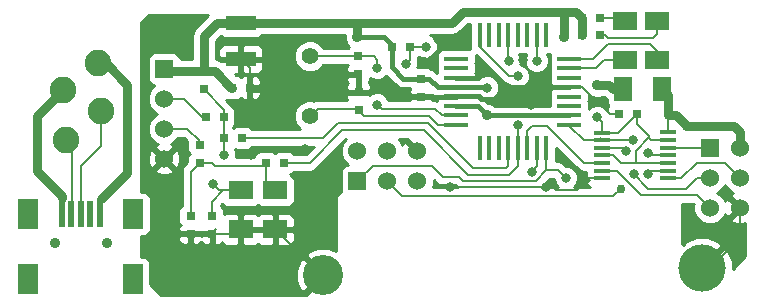
<source format=gtl>
G04 (created by PCBNEW-RS274X (2011-11-27 BZR 3249)-stable) date 30/01/2012 1:25:03 p.m.*
G01*
G70*
G90*
%MOIN*%
G04 Gerber Fmt 3.4, Leading zero omitted, Abs format*
%FSLAX34Y34*%
G04 APERTURE LIST*
%ADD10C,0.006000*%
%ADD11C,0.157500*%
%ADD12C,0.133900*%
%ADD13C,0.088600*%
%ADD14C,0.056000*%
%ADD15R,0.060000X0.060000*%
%ADD16C,0.060000*%
%ADD17C,0.035400*%
%ADD18R,0.065600X0.098400*%
%ADD19R,0.019700X0.090600*%
%ADD20R,0.031500X0.025000*%
%ADD21R,0.080000X0.060000*%
%ADD22R,0.060000X0.080000*%
%ADD23R,0.100000X0.050000*%
%ADD24R,0.055000X0.017000*%
%ADD25R,0.078700X0.017700*%
%ADD26R,0.017700X0.078700*%
%ADD27R,0.025000X0.031500*%
%ADD28C,0.035000*%
%ADD29C,0.031500*%
%ADD30C,0.030000*%
%ADD31C,0.008000*%
%ADD32C,0.030000*%
%ADD33C,0.015700*%
%ADD34C,0.010000*%
G04 APERTURE END LIST*
G54D10*
G54D11*
X23478Y-08982D03*
G54D12*
X10828Y-09232D03*
G54D13*
X02166Y-03053D03*
G54D14*
X10398Y-03932D03*
X10398Y-01932D03*
G54D15*
X11978Y-06092D03*
G54D16*
X11978Y-05092D03*
X12978Y-06092D03*
X12978Y-05092D03*
X13978Y-06092D03*
X13978Y-05092D03*
G54D15*
X05538Y-02352D03*
G54D16*
X05538Y-03352D03*
X05538Y-04352D03*
X05538Y-05352D03*
G54D17*
X03622Y-08169D03*
X01890Y-08169D03*
G54D18*
X04488Y-09350D03*
X01004Y-09350D03*
X04508Y-07185D03*
X01004Y-07185D03*
G54D19*
X02756Y-07185D03*
X02441Y-07185D03*
X02126Y-07185D03*
X03071Y-07185D03*
X03386Y-07185D03*
G54D13*
X02264Y-04726D03*
X03445Y-03742D03*
X03347Y-02167D03*
G54D20*
X06418Y-07842D03*
X06418Y-07242D03*
X07138Y-07842D03*
X07138Y-07242D03*
G54D21*
X08088Y-07702D03*
X08088Y-06402D03*
X09238Y-07702D03*
X09238Y-06402D03*
G54D22*
X20838Y-03022D03*
X22138Y-03022D03*
G54D21*
X21968Y-00752D03*
X21968Y-02052D03*
X20908Y-00752D03*
X20908Y-02052D03*
G54D15*
X23728Y-04982D03*
G54D16*
X24728Y-04982D03*
X23728Y-05982D03*
X24728Y-05982D03*
X23728Y-06982D03*
X24728Y-06982D03*
G54D23*
X08098Y-00822D03*
X08098Y-02022D03*
G54D24*
X20128Y-04472D03*
X20128Y-04722D03*
X20128Y-04982D03*
X20128Y-05232D03*
X20128Y-05492D03*
X20128Y-05747D03*
X20128Y-06002D03*
X22328Y-06002D03*
X22328Y-05747D03*
X22328Y-05492D03*
X22328Y-05232D03*
X22328Y-04977D03*
X22328Y-04722D03*
X22328Y-04467D03*
G54D25*
X15282Y-04215D03*
X15282Y-03900D03*
X15282Y-03585D03*
X15282Y-03270D03*
X15282Y-02955D03*
X15282Y-02640D03*
X15282Y-02325D03*
X15282Y-02010D03*
X19048Y-02012D03*
X19048Y-04222D03*
X19048Y-03902D03*
X19048Y-03582D03*
X19048Y-03272D03*
X19048Y-02952D03*
X19048Y-02642D03*
X19048Y-02322D03*
G54D26*
X16066Y-01222D03*
X16380Y-01222D03*
X16696Y-01222D03*
X17010Y-01222D03*
X17326Y-01222D03*
X17640Y-01222D03*
X17956Y-01222D03*
X18270Y-01222D03*
X16068Y-05002D03*
X16378Y-05002D03*
X16698Y-05002D03*
X17008Y-05002D03*
X17318Y-05002D03*
X17638Y-05002D03*
X17958Y-05002D03*
X18278Y-05002D03*
G54D27*
X20078Y-00642D03*
X19478Y-00642D03*
X20078Y-01212D03*
X19478Y-01212D03*
G54D20*
X06718Y-05472D03*
X06718Y-04872D03*
G54D27*
X07538Y-03952D03*
X06938Y-03952D03*
X09518Y-05482D03*
X08918Y-05482D03*
X08138Y-04652D03*
X07538Y-04652D03*
G54D20*
X12018Y-03722D03*
X12018Y-03122D03*
G54D27*
X07798Y-02972D03*
X08398Y-02972D03*
G54D20*
X06858Y-02432D03*
X06858Y-03032D03*
X12008Y-01932D03*
X12008Y-02532D03*
G54D27*
X13118Y-01622D03*
X13718Y-01622D03*
X21284Y-03858D03*
X20684Y-03858D03*
G54D20*
X14098Y-02672D03*
X14098Y-03272D03*
G54D28*
X16308Y-03902D03*
G54D29*
X16308Y-02972D03*
G54D28*
X11978Y-01302D03*
X19976Y-02898D03*
X18878Y-01282D03*
G54D29*
X19978Y-03962D03*
X17958Y-02082D03*
X17318Y-02592D03*
X17328Y-04232D03*
X21654Y-05157D03*
X18937Y-05984D03*
X17788Y-05772D03*
X21668Y-05842D03*
X13588Y-02172D03*
X17018Y-02082D03*
X14268Y-01612D03*
X21178Y-04732D03*
G54D30*
X20758Y-06342D03*
G54D29*
X06558Y-00792D03*
X09788Y-09532D03*
X05528Y-08862D03*
X15078Y-06282D03*
X08088Y-09552D03*
X05518Y-07472D03*
X08088Y-03712D03*
X17758Y-03542D03*
X14248Y-02132D03*
X18258Y-06292D03*
X05658Y-00812D03*
X19488Y-06002D03*
X19978Y-03452D03*
X16928Y-02952D03*
X06178Y-09542D03*
X15598Y-01362D03*
X08088Y-08462D03*
X05408Y-01582D03*
G54D28*
X13528Y-03262D03*
G54D29*
X10937Y-07264D03*
X14658Y-01362D03*
X08425Y-05221D03*
X17488Y-02062D03*
X10236Y-05032D03*
X12638Y-03543D03*
X12638Y-02323D03*
X21188Y-05862D03*
X20928Y-05092D03*
X07528Y-05212D03*
X07168Y-06202D03*
G54D31*
X20928Y-00792D02*
X20928Y-00992D01*
X07113Y-07252D02*
X07238Y-07252D01*
X19478Y-01172D02*
X19478Y-01282D01*
X19478Y-01172D02*
X19478Y-01262D01*
X20898Y-02322D02*
X20928Y-02292D01*
G54D32*
X15118Y-00822D02*
X15498Y-00442D01*
X15498Y-00442D02*
X18868Y-00442D01*
X18868Y-01272D02*
X18878Y-01282D01*
X19278Y-00442D02*
X19478Y-00642D01*
X07238Y-02432D02*
X06858Y-02432D01*
X07798Y-02972D02*
X07778Y-02972D01*
X07778Y-02972D02*
X07238Y-02432D01*
X19478Y-01212D02*
X19478Y-00942D01*
G54D33*
X14098Y-02672D02*
X13486Y-02672D01*
X13486Y-02672D02*
X13118Y-02304D01*
X13118Y-02304D02*
X13118Y-01622D01*
X16291Y-02955D02*
X16308Y-02972D01*
X15282Y-02955D02*
X16291Y-02955D01*
G54D32*
X18868Y-00442D02*
X18868Y-01272D01*
X02126Y-06654D02*
X02126Y-06575D01*
X01299Y-03920D02*
X02166Y-03053D01*
X01299Y-05748D02*
X01299Y-03920D01*
X02126Y-06575D02*
X01299Y-05748D01*
X06858Y-02432D02*
X06858Y-01262D01*
X07298Y-00822D02*
X08098Y-00822D01*
X06858Y-01262D02*
X07298Y-00822D01*
G54D33*
X14368Y-02672D02*
X14651Y-02955D01*
G54D32*
X11978Y-00822D02*
X15118Y-00822D01*
X19976Y-02898D02*
X20362Y-02898D01*
X20362Y-02898D02*
X20486Y-03022D01*
G54D33*
X13118Y-01543D02*
X12877Y-01302D01*
X12877Y-01302D02*
X11978Y-01302D01*
X13118Y-01622D02*
X13118Y-01543D01*
G54D32*
X18868Y-00442D02*
X19278Y-00442D01*
G54D33*
X14098Y-02672D02*
X14368Y-02672D01*
X14651Y-02955D02*
X15282Y-02955D01*
G54D32*
X20486Y-03022D02*
X20838Y-03022D01*
X06858Y-02432D02*
X05618Y-02432D01*
X05618Y-02432D02*
X05538Y-02352D01*
G54D33*
X15991Y-03585D02*
X16308Y-03902D01*
X15282Y-03585D02*
X15991Y-03585D01*
G54D32*
X11978Y-00822D02*
X11978Y-01302D01*
X19478Y-00942D02*
X19478Y-00642D01*
G54D33*
X16308Y-03902D02*
X19048Y-03902D01*
G54D32*
X08098Y-00822D02*
X11978Y-00822D01*
G54D31*
X21260Y-05492D02*
X21260Y-05079D01*
X21708Y-04631D02*
X21708Y-04652D01*
X21260Y-05079D02*
X21708Y-04631D01*
X21299Y-04173D02*
X21299Y-03873D01*
X21299Y-03873D02*
X21284Y-03858D01*
X20128Y-04472D02*
X20670Y-04472D01*
X20670Y-04472D02*
X21284Y-03858D01*
X21708Y-04652D02*
X21708Y-04582D01*
X21708Y-04582D02*
X21299Y-04173D01*
X21299Y-04173D02*
X21288Y-04162D01*
X20768Y-05492D02*
X21208Y-05492D01*
X20128Y-05232D02*
X20508Y-05232D01*
X17958Y-02082D02*
X17956Y-02080D01*
X17956Y-02080D02*
X17956Y-01222D01*
X21208Y-05492D02*
X21260Y-05492D01*
X21260Y-05492D02*
X22328Y-05492D01*
X20128Y-04472D02*
X20128Y-04112D01*
X20128Y-04112D02*
X19978Y-03962D01*
X21708Y-04652D02*
X21778Y-04722D01*
X21778Y-04722D02*
X22328Y-04722D01*
X20508Y-05232D02*
X20768Y-05492D01*
X09518Y-05482D02*
X10398Y-05482D01*
X16066Y-01620D02*
X17038Y-02592D01*
X11478Y-04402D02*
X10398Y-05482D01*
X14198Y-04402D02*
X15668Y-05872D01*
X14198Y-04402D02*
X11478Y-04402D01*
X17318Y-05602D02*
X17318Y-05002D01*
X17328Y-04232D02*
X17318Y-04242D01*
X17318Y-04242D02*
X17318Y-05002D01*
X16066Y-01222D02*
X16066Y-01620D01*
X17038Y-02592D02*
X17318Y-02592D01*
X17048Y-05872D02*
X17318Y-05602D01*
X15668Y-05872D02*
X17048Y-05872D01*
X11338Y-04152D02*
X10838Y-04652D01*
X15828Y-05662D02*
X14318Y-04152D01*
X16928Y-05662D02*
X17008Y-05582D01*
X15828Y-05662D02*
X16928Y-05662D01*
X14318Y-04152D02*
X11338Y-04152D01*
X17008Y-05582D02*
X17008Y-05002D01*
X08138Y-04652D02*
X10838Y-04652D01*
X21729Y-05232D02*
X21654Y-05157D01*
X21729Y-05232D02*
X22328Y-05232D01*
X18675Y-05722D02*
X18278Y-05722D01*
X18675Y-05722D02*
X18937Y-05984D01*
X22328Y-05232D02*
X22318Y-05242D01*
X15508Y-06082D02*
X17918Y-06082D01*
X14818Y-05942D02*
X14458Y-05582D01*
X14458Y-05582D02*
X12488Y-05582D01*
X17918Y-06082D02*
X18278Y-05722D01*
X14818Y-05942D02*
X15368Y-05942D01*
X15368Y-05942D02*
X15508Y-06082D01*
X11978Y-06092D02*
X12488Y-05582D01*
X18278Y-05722D02*
X18278Y-05002D01*
X18278Y-05732D02*
X18278Y-05722D01*
X21763Y-05747D02*
X21668Y-05842D01*
X22328Y-05747D02*
X21763Y-05747D01*
X17958Y-05602D02*
X17958Y-05002D01*
X17788Y-05772D02*
X17958Y-05602D01*
X14258Y-01622D02*
X13718Y-01622D01*
X13718Y-02042D02*
X13718Y-01622D01*
X14258Y-01622D02*
X14268Y-01612D01*
X17010Y-01222D02*
X17010Y-02074D01*
X13588Y-02172D02*
X13718Y-02042D01*
X17018Y-02082D02*
X17010Y-02074D01*
X18298Y-04252D02*
X19538Y-05492D01*
X17638Y-05002D02*
X17638Y-04412D01*
X17638Y-04412D02*
X17798Y-04252D01*
X19538Y-05492D02*
X20128Y-05492D01*
X17798Y-04252D02*
X18298Y-04252D01*
X20508Y-06592D02*
X20758Y-06342D01*
X12978Y-06092D02*
X13478Y-06592D01*
X20508Y-06592D02*
X13478Y-06592D01*
X19048Y-04222D02*
X19048Y-04252D01*
X21168Y-04722D02*
X20128Y-04722D01*
X20077Y-04671D02*
X20128Y-04722D01*
X21168Y-04722D02*
X21178Y-04732D01*
X19048Y-04252D02*
X19518Y-04722D01*
X19518Y-04722D02*
X20128Y-04722D01*
X07948Y-07842D02*
X08088Y-07702D01*
X06418Y-07842D02*
X05908Y-07842D01*
G54D32*
X04291Y-05827D02*
X03425Y-06693D01*
G54D31*
X20384Y-03858D02*
X19978Y-03452D01*
X20684Y-03858D02*
X20384Y-03858D01*
X13528Y-03272D02*
X13068Y-03272D01*
X08088Y-07702D02*
X09238Y-07702D01*
X09428Y-07702D02*
X09238Y-07702D01*
X19478Y-02952D02*
X19048Y-02952D01*
X18492Y-06292D02*
X18602Y-06402D01*
X19308Y-06402D02*
X19488Y-06222D01*
X12018Y-03122D02*
X08548Y-03122D01*
G54D32*
X03584Y-02167D02*
X04291Y-02874D01*
G54D31*
X13068Y-03272D02*
X12918Y-03122D01*
X14098Y-03272D02*
X13528Y-03272D01*
G54D33*
X14448Y-03272D02*
X15280Y-03272D01*
X14098Y-03272D02*
X14448Y-03272D01*
X15280Y-03272D02*
X15282Y-03270D01*
X19048Y-02952D02*
X16928Y-02952D01*
G54D31*
X08088Y-07702D02*
X08088Y-08462D01*
X08108Y-09532D02*
X09788Y-09532D01*
X23478Y-08982D02*
X23718Y-08982D01*
X06178Y-09542D02*
X05528Y-08892D01*
X08088Y-07702D02*
X07938Y-07852D01*
X08088Y-03712D02*
X08338Y-03462D01*
X08338Y-03462D02*
X08338Y-03032D01*
X19488Y-06222D02*
X19488Y-06002D01*
X07138Y-07842D02*
X07948Y-07842D01*
X05518Y-07472D02*
X05488Y-07442D01*
X14658Y-01722D02*
X14658Y-01362D01*
X06418Y-07842D02*
X07138Y-07842D01*
X12918Y-03122D02*
X12018Y-03122D01*
X11998Y-02542D02*
X12008Y-02532D01*
X05488Y-07442D02*
X05488Y-07422D01*
X08088Y-09552D02*
X08108Y-09532D01*
X14248Y-02132D02*
X14658Y-01722D01*
X19488Y-06002D02*
X20128Y-06002D01*
X10828Y-09232D02*
X10768Y-09232D01*
X05908Y-07842D02*
X05538Y-07472D01*
X12018Y-03122D02*
X12018Y-02542D01*
G54D33*
X15282Y-02640D02*
X15984Y-02640D01*
G54D31*
X16918Y-02962D02*
X16918Y-02942D01*
X16928Y-02952D02*
X16918Y-02942D01*
G54D33*
X16496Y-02520D02*
X16928Y-02952D01*
G54D31*
X08398Y-02322D02*
X08098Y-02022D01*
G54D32*
X03347Y-02167D02*
X03584Y-02167D01*
G54D31*
X18602Y-06402D02*
X19308Y-06402D01*
G54D33*
X16534Y-03346D02*
X16928Y-02952D01*
X16102Y-03346D02*
X16534Y-03346D01*
X16026Y-03270D02*
X16102Y-03346D01*
X16104Y-02520D02*
X16496Y-02520D01*
X15984Y-02640D02*
X16104Y-02520D01*
X15282Y-03270D02*
X16026Y-03270D01*
G54D31*
X10499Y-07702D02*
X10937Y-07264D01*
X05408Y-01582D02*
X05658Y-01332D01*
X05658Y-01332D02*
X05658Y-00812D01*
X18258Y-06292D02*
X15088Y-06292D01*
X07138Y-07842D02*
X07278Y-07702D01*
X09238Y-07702D02*
X10499Y-07702D01*
X08338Y-03032D02*
X08398Y-02972D01*
X08693Y-04953D02*
X08425Y-05221D01*
X24728Y-07972D02*
X24728Y-06982D01*
X08398Y-02972D02*
X08398Y-02322D01*
X08548Y-03122D02*
X08398Y-02972D01*
G54D32*
X04291Y-02874D02*
X04291Y-05827D01*
G54D31*
X12018Y-02542D02*
X12008Y-02532D01*
X10768Y-09232D02*
X09238Y-07702D01*
X23718Y-08982D02*
X24728Y-07972D01*
X15088Y-06292D02*
X15078Y-06282D01*
X13528Y-03262D02*
X13528Y-03272D01*
X10157Y-04953D02*
X08693Y-04953D01*
X05528Y-08892D02*
X05528Y-08862D01*
X19478Y-02952D02*
X19978Y-03452D01*
X18258Y-06292D02*
X18492Y-06292D01*
X10236Y-05032D02*
X10157Y-04953D01*
X19828Y-02022D02*
X19058Y-02022D01*
X19058Y-02022D02*
X19048Y-02012D01*
X20338Y-01512D02*
X19828Y-02022D01*
X20338Y-01512D02*
X21728Y-01512D01*
X21728Y-01512D02*
X21968Y-01752D01*
X21968Y-02052D02*
X21968Y-01752D01*
X14578Y-03692D02*
X12787Y-03692D01*
X14786Y-03900D02*
X14578Y-03692D01*
X12028Y-01952D02*
X12008Y-01932D01*
X10398Y-01932D02*
X12008Y-01932D01*
X12522Y-01932D02*
X12008Y-01932D01*
X12638Y-02048D02*
X12638Y-02323D01*
X12522Y-01932D02*
X12638Y-02048D01*
X15282Y-03900D02*
X14786Y-03900D01*
X12787Y-03692D02*
X12638Y-03543D01*
X11968Y-03672D02*
X12018Y-03722D01*
X15282Y-04215D02*
X14661Y-04215D01*
X10398Y-03932D02*
X10658Y-03672D01*
X10658Y-03672D02*
X11968Y-03672D01*
X14358Y-03912D02*
X12208Y-03912D01*
X14661Y-04215D02*
X14358Y-03912D01*
X12208Y-03912D02*
X12018Y-03722D01*
X08918Y-05482D02*
X08918Y-06082D01*
X08918Y-06082D02*
X09238Y-06402D01*
X06718Y-05472D02*
X07128Y-05472D01*
X07128Y-05472D02*
X07248Y-05592D01*
X06418Y-07242D02*
X06418Y-05772D01*
X06418Y-05772D02*
X06718Y-05472D01*
X07248Y-05592D02*
X08808Y-05592D01*
X08808Y-05592D02*
X08918Y-05482D01*
X06188Y-03352D02*
X05538Y-03352D01*
X06788Y-03952D02*
X06188Y-03352D01*
X06938Y-03952D02*
X06788Y-03952D01*
X02461Y-04923D02*
X02264Y-04726D01*
X02461Y-07089D02*
X02461Y-04923D01*
X02776Y-07089D02*
X02776Y-05592D01*
X03445Y-04923D02*
X03445Y-03742D01*
X02776Y-05592D02*
X03445Y-04923D01*
X06718Y-04762D02*
X06308Y-04352D01*
X06308Y-04352D02*
X05538Y-04352D01*
X06718Y-04872D02*
X06718Y-04762D01*
X21443Y-06562D02*
X20628Y-05747D01*
X23728Y-06982D02*
X23308Y-06562D01*
X23308Y-06562D02*
X21443Y-06562D01*
X20628Y-05747D02*
X20128Y-05747D01*
X23288Y-05482D02*
X24228Y-05482D01*
X22768Y-06002D02*
X23288Y-05482D01*
X24228Y-05482D02*
X24728Y-05982D01*
X22328Y-06002D02*
X22768Y-06002D01*
X22328Y-04977D02*
X23723Y-04977D01*
X23723Y-04977D02*
X23728Y-04982D01*
X20818Y-04982D02*
X20928Y-05092D01*
X20818Y-04982D02*
X20128Y-04982D01*
X22938Y-06352D02*
X21678Y-06352D01*
X23308Y-05982D02*
X22938Y-06352D01*
X21678Y-06352D02*
X21188Y-05862D01*
X23728Y-05982D02*
X23308Y-05982D01*
X07368Y-06402D02*
X08088Y-06402D01*
X07538Y-04652D02*
X07538Y-05202D01*
X07538Y-05202D02*
X07528Y-05212D01*
X07138Y-07242D02*
X07138Y-06772D01*
X07508Y-06402D02*
X08088Y-06402D01*
X07168Y-06202D02*
X07368Y-06402D01*
X07538Y-04652D02*
X07538Y-03952D01*
X07538Y-03712D02*
X06858Y-03032D01*
X07538Y-03952D02*
X07538Y-03712D01*
X07138Y-06772D02*
X07508Y-06402D01*
X20248Y-01212D02*
X20348Y-01312D01*
X20348Y-01312D02*
X21838Y-01312D01*
X20078Y-01212D02*
X20248Y-01212D01*
X21968Y-01182D02*
X21968Y-00752D01*
X21838Y-01312D02*
X21968Y-01182D01*
X20208Y-02052D02*
X20908Y-02052D01*
X19938Y-02322D02*
X20208Y-02052D01*
X19048Y-02322D02*
X19938Y-02322D01*
X20078Y-00642D02*
X20798Y-00642D01*
X20798Y-00642D02*
X20908Y-00752D01*
G54D32*
X24728Y-04442D02*
X24728Y-04982D01*
X22938Y-04242D02*
X24528Y-04242D01*
G54D31*
X22928Y-04242D02*
X22938Y-04242D01*
G54D32*
X22938Y-04212D02*
X22598Y-03872D01*
X22938Y-04242D02*
X22938Y-04212D01*
G54D31*
X22328Y-04467D02*
X22328Y-03882D01*
G54D32*
X24528Y-04242D02*
X24728Y-04442D01*
X22338Y-03222D02*
X22138Y-03022D01*
X22338Y-03872D02*
X22338Y-03222D01*
G54D31*
X22338Y-03872D02*
X22328Y-03882D01*
X22328Y-03882D02*
X22338Y-03872D01*
G54D32*
X22598Y-03872D02*
X22338Y-03872D01*
G54D31*
X22328Y-03882D02*
X22338Y-03872D01*
G54D10*
G36*
X10528Y-04942D02*
X10278Y-05192D01*
X09857Y-05192D01*
X09854Y-05184D01*
X09784Y-05114D01*
X09693Y-05076D01*
X09594Y-05076D01*
X09344Y-05076D01*
X09252Y-05114D01*
X09218Y-05148D01*
X09184Y-05114D01*
X09093Y-05076D01*
X08994Y-05076D01*
X08744Y-05076D01*
X08652Y-05114D01*
X08582Y-05184D01*
X08544Y-05275D01*
X08544Y-05302D01*
X07930Y-05302D01*
X07934Y-05293D01*
X07934Y-05132D01*
X07890Y-05027D01*
X07963Y-05058D01*
X08062Y-05058D01*
X08312Y-05058D01*
X08404Y-05020D01*
X08474Y-04950D01*
X08477Y-04942D01*
X10528Y-04942D01*
X10528Y-04942D01*
G37*
G54D34*
X10528Y-04942D02*
X10278Y-05192D01*
X09857Y-05192D01*
X09854Y-05184D01*
X09784Y-05114D01*
X09693Y-05076D01*
X09594Y-05076D01*
X09344Y-05076D01*
X09252Y-05114D01*
X09218Y-05148D01*
X09184Y-05114D01*
X09093Y-05076D01*
X08994Y-05076D01*
X08744Y-05076D01*
X08652Y-05114D01*
X08582Y-05184D01*
X08544Y-05275D01*
X08544Y-05302D01*
X07930Y-05302D01*
X07934Y-05293D01*
X07934Y-05132D01*
X07890Y-05027D01*
X07963Y-05058D01*
X08062Y-05058D01*
X08312Y-05058D01*
X08404Y-05020D01*
X08474Y-04950D01*
X08477Y-04942D01*
X10528Y-04942D01*
G54D10*
G36*
X11653Y-05543D02*
X11629Y-05543D01*
X11537Y-05581D01*
X11467Y-05651D01*
X11429Y-05742D01*
X11429Y-05841D01*
X11429Y-06441D01*
X11436Y-06459D01*
X11348Y-06518D01*
X11278Y-06624D01*
X11253Y-06748D01*
X11253Y-08431D01*
X10993Y-08328D01*
X10635Y-08333D01*
X10329Y-08461D01*
X10259Y-08592D01*
X10793Y-09126D01*
X10828Y-09161D01*
X10899Y-09232D01*
X10828Y-09303D01*
X10793Y-09338D01*
X10757Y-09374D01*
X10757Y-09232D01*
X10188Y-08663D01*
X10057Y-08733D01*
X09924Y-09067D01*
X09929Y-09425D01*
X10057Y-09731D01*
X10188Y-09801D01*
X10757Y-09232D01*
X10757Y-09374D01*
X10259Y-09872D01*
X10272Y-09897D01*
X09888Y-09897D01*
X09888Y-07814D01*
X09888Y-07590D01*
X09887Y-07353D01*
X09849Y-07261D01*
X09779Y-07191D01*
X09688Y-07153D01*
X09589Y-07153D01*
X09350Y-07152D01*
X09288Y-07214D01*
X09288Y-07652D01*
X09826Y-07652D01*
X09888Y-07590D01*
X09888Y-07814D01*
X09826Y-07752D01*
X09288Y-07752D01*
X09288Y-08190D01*
X09350Y-08252D01*
X09589Y-08251D01*
X09688Y-08251D01*
X09779Y-08213D01*
X09849Y-08143D01*
X09887Y-08051D01*
X09888Y-07814D01*
X09888Y-09897D01*
X09188Y-09897D01*
X09188Y-08190D01*
X09188Y-07752D01*
X09188Y-07652D01*
X09188Y-07214D01*
X09126Y-07152D01*
X08887Y-07153D01*
X08788Y-07153D01*
X08697Y-07191D01*
X08663Y-07225D01*
X08629Y-07191D01*
X08538Y-07153D01*
X08439Y-07153D01*
X08200Y-07152D01*
X08138Y-07214D01*
X08138Y-07652D01*
X08650Y-07652D01*
X08676Y-07652D01*
X09188Y-07652D01*
X09188Y-07752D01*
X08676Y-07752D01*
X08650Y-07752D01*
X08138Y-07752D01*
X08138Y-08190D01*
X08200Y-08252D01*
X08439Y-08251D01*
X08538Y-08251D01*
X08629Y-08213D01*
X08663Y-08179D01*
X08697Y-08213D01*
X08788Y-08251D01*
X08887Y-08251D01*
X09126Y-08252D01*
X09188Y-08190D01*
X09188Y-09897D01*
X07088Y-09897D01*
X07088Y-08155D01*
X07088Y-07892D01*
X06793Y-07892D01*
X06778Y-07907D01*
X06763Y-07892D01*
X06468Y-07892D01*
X06468Y-08155D01*
X06529Y-08216D01*
X06625Y-08216D01*
X06716Y-08178D01*
X06778Y-08116D01*
X06840Y-08178D01*
X06931Y-08216D01*
X07027Y-08216D01*
X07088Y-08155D01*
X07088Y-09897D01*
X06368Y-09897D01*
X06368Y-08155D01*
X06368Y-07892D01*
X06073Y-07892D01*
X06011Y-07954D01*
X06012Y-08016D01*
X06050Y-08108D01*
X06120Y-08178D01*
X06211Y-08216D01*
X06307Y-08216D01*
X06368Y-08155D01*
X06368Y-09897D01*
X05846Y-09897D01*
X05846Y-05730D01*
X05538Y-05423D01*
X05467Y-05493D01*
X05467Y-05352D01*
X05160Y-05044D01*
X05066Y-05071D01*
X04995Y-05273D01*
X05006Y-05486D01*
X05066Y-05633D01*
X05160Y-05660D01*
X05467Y-05352D01*
X05467Y-05493D01*
X05230Y-05730D01*
X05257Y-05824D01*
X05459Y-05895D01*
X05672Y-05884D01*
X05819Y-05824D01*
X05846Y-05730D01*
X05846Y-09897D01*
X05448Y-09897D01*
X05065Y-09513D01*
X05065Y-08809D01*
X05027Y-08717D01*
X04957Y-08647D01*
X04866Y-08609D01*
X04778Y-08609D01*
X04778Y-07926D01*
X04885Y-07926D01*
X04977Y-07888D01*
X05047Y-07818D01*
X05085Y-07727D01*
X05085Y-07628D01*
X05085Y-06644D01*
X05047Y-06552D01*
X04977Y-06482D01*
X04886Y-06444D01*
X04787Y-06444D01*
X04778Y-06444D01*
X04778Y-00775D01*
X04836Y-00745D01*
X05038Y-00557D01*
X06997Y-00557D01*
X06575Y-00979D01*
X06488Y-01109D01*
X06458Y-01262D01*
X06458Y-02032D01*
X06087Y-02032D01*
X06087Y-02003D01*
X06049Y-01911D01*
X05979Y-01841D01*
X05888Y-01803D01*
X05789Y-01803D01*
X05189Y-01803D01*
X05097Y-01841D01*
X05027Y-01911D01*
X04989Y-02002D01*
X04989Y-02101D01*
X04989Y-02701D01*
X05027Y-02793D01*
X05097Y-02863D01*
X05188Y-02901D01*
X05213Y-02901D01*
X05073Y-03041D01*
X04989Y-03243D01*
X04989Y-03461D01*
X05073Y-03663D01*
X05227Y-03817D01*
X05311Y-03852D01*
X05227Y-03887D01*
X05073Y-04041D01*
X04989Y-04243D01*
X04989Y-04461D01*
X05073Y-04663D01*
X05227Y-04817D01*
X05318Y-04854D01*
X05257Y-04880D01*
X05230Y-04974D01*
X05538Y-05281D01*
X05846Y-04974D01*
X05819Y-04880D01*
X05753Y-04856D01*
X05849Y-04817D01*
X06003Y-04663D01*
X06011Y-04642D01*
X06188Y-04642D01*
X06312Y-04766D01*
X06312Y-04796D01*
X06312Y-05046D01*
X06350Y-05138D01*
X06384Y-05172D01*
X06350Y-05206D01*
X06312Y-05297D01*
X06312Y-05396D01*
X06312Y-05468D01*
X06213Y-05567D01*
X06150Y-05661D01*
X06128Y-05772D01*
X06128Y-06902D01*
X06120Y-06906D01*
X06081Y-06945D01*
X06081Y-05431D01*
X06070Y-05218D01*
X06010Y-05071D01*
X05916Y-05044D01*
X05609Y-05352D01*
X05916Y-05660D01*
X06010Y-05633D01*
X06081Y-05431D01*
X06081Y-06945D01*
X06050Y-06976D01*
X06012Y-07067D01*
X06012Y-07166D01*
X06012Y-07416D01*
X06050Y-07508D01*
X06084Y-07542D01*
X06050Y-07576D01*
X06012Y-07668D01*
X06011Y-07730D01*
X06073Y-07792D01*
X06318Y-07792D01*
X06368Y-07792D01*
X06468Y-07792D01*
X06518Y-07792D01*
X06763Y-07792D01*
X06778Y-07777D01*
X06793Y-07792D01*
X07038Y-07792D01*
X07088Y-07792D01*
X07188Y-07792D01*
X07188Y-07892D01*
X07188Y-07942D01*
X07188Y-08155D01*
X07249Y-08216D01*
X07345Y-08216D01*
X07436Y-08178D01*
X07475Y-08138D01*
X07477Y-08143D01*
X07547Y-08213D01*
X07638Y-08251D01*
X07737Y-08251D01*
X07976Y-08252D01*
X08038Y-08190D01*
X08038Y-07802D01*
X08038Y-07752D01*
X08038Y-07652D01*
X08038Y-07602D01*
X08038Y-07214D01*
X07976Y-07152D01*
X07737Y-07153D01*
X07638Y-07153D01*
X07547Y-07191D01*
X07544Y-07194D01*
X07544Y-07068D01*
X07506Y-06976D01*
X07436Y-06906D01*
X07428Y-06902D01*
X07428Y-06892D01*
X07477Y-06843D01*
X07547Y-06913D01*
X07638Y-06951D01*
X07737Y-06951D01*
X08537Y-06951D01*
X08629Y-06913D01*
X08663Y-06879D01*
X08697Y-06913D01*
X08788Y-06951D01*
X08887Y-06951D01*
X09687Y-06951D01*
X09779Y-06913D01*
X09849Y-06843D01*
X09887Y-06752D01*
X09887Y-06653D01*
X09887Y-06053D01*
X09849Y-05961D01*
X09779Y-05891D01*
X09732Y-05871D01*
X09784Y-05850D01*
X09854Y-05780D01*
X09857Y-05772D01*
X10398Y-05772D01*
X10509Y-05750D01*
X10603Y-05687D01*
X11598Y-04692D01*
X11602Y-04692D01*
X11513Y-04781D01*
X11429Y-04983D01*
X11429Y-05201D01*
X11513Y-05403D01*
X11653Y-05543D01*
X11653Y-05543D01*
G37*
G54D34*
X11653Y-05543D02*
X11629Y-05543D01*
X11537Y-05581D01*
X11467Y-05651D01*
X11429Y-05742D01*
X11429Y-05841D01*
X11429Y-06441D01*
X11436Y-06459D01*
X11348Y-06518D01*
X11278Y-06624D01*
X11253Y-06748D01*
X11253Y-08431D01*
X10993Y-08328D01*
X10635Y-08333D01*
X10329Y-08461D01*
X10259Y-08592D01*
X10793Y-09126D01*
X10828Y-09161D01*
X10899Y-09232D01*
X10828Y-09303D01*
X10793Y-09338D01*
X10757Y-09374D01*
X10757Y-09232D01*
X10188Y-08663D01*
X10057Y-08733D01*
X09924Y-09067D01*
X09929Y-09425D01*
X10057Y-09731D01*
X10188Y-09801D01*
X10757Y-09232D01*
X10757Y-09374D01*
X10259Y-09872D01*
X10272Y-09897D01*
X09888Y-09897D01*
X09888Y-07814D01*
X09888Y-07590D01*
X09887Y-07353D01*
X09849Y-07261D01*
X09779Y-07191D01*
X09688Y-07153D01*
X09589Y-07153D01*
X09350Y-07152D01*
X09288Y-07214D01*
X09288Y-07652D01*
X09826Y-07652D01*
X09888Y-07590D01*
X09888Y-07814D01*
X09826Y-07752D01*
X09288Y-07752D01*
X09288Y-08190D01*
X09350Y-08252D01*
X09589Y-08251D01*
X09688Y-08251D01*
X09779Y-08213D01*
X09849Y-08143D01*
X09887Y-08051D01*
X09888Y-07814D01*
X09888Y-09897D01*
X09188Y-09897D01*
X09188Y-08190D01*
X09188Y-07752D01*
X09188Y-07652D01*
X09188Y-07214D01*
X09126Y-07152D01*
X08887Y-07153D01*
X08788Y-07153D01*
X08697Y-07191D01*
X08663Y-07225D01*
X08629Y-07191D01*
X08538Y-07153D01*
X08439Y-07153D01*
X08200Y-07152D01*
X08138Y-07214D01*
X08138Y-07652D01*
X08650Y-07652D01*
X08676Y-07652D01*
X09188Y-07652D01*
X09188Y-07752D01*
X08676Y-07752D01*
X08650Y-07752D01*
X08138Y-07752D01*
X08138Y-08190D01*
X08200Y-08252D01*
X08439Y-08251D01*
X08538Y-08251D01*
X08629Y-08213D01*
X08663Y-08179D01*
X08697Y-08213D01*
X08788Y-08251D01*
X08887Y-08251D01*
X09126Y-08252D01*
X09188Y-08190D01*
X09188Y-09897D01*
X07088Y-09897D01*
X07088Y-08155D01*
X07088Y-07892D01*
X06793Y-07892D01*
X06778Y-07907D01*
X06763Y-07892D01*
X06468Y-07892D01*
X06468Y-08155D01*
X06529Y-08216D01*
X06625Y-08216D01*
X06716Y-08178D01*
X06778Y-08116D01*
X06840Y-08178D01*
X06931Y-08216D01*
X07027Y-08216D01*
X07088Y-08155D01*
X07088Y-09897D01*
X06368Y-09897D01*
X06368Y-08155D01*
X06368Y-07892D01*
X06073Y-07892D01*
X06011Y-07954D01*
X06012Y-08016D01*
X06050Y-08108D01*
X06120Y-08178D01*
X06211Y-08216D01*
X06307Y-08216D01*
X06368Y-08155D01*
X06368Y-09897D01*
X05846Y-09897D01*
X05846Y-05730D01*
X05538Y-05423D01*
X05467Y-05493D01*
X05467Y-05352D01*
X05160Y-05044D01*
X05066Y-05071D01*
X04995Y-05273D01*
X05006Y-05486D01*
X05066Y-05633D01*
X05160Y-05660D01*
X05467Y-05352D01*
X05467Y-05493D01*
X05230Y-05730D01*
X05257Y-05824D01*
X05459Y-05895D01*
X05672Y-05884D01*
X05819Y-05824D01*
X05846Y-05730D01*
X05846Y-09897D01*
X05448Y-09897D01*
X05065Y-09513D01*
X05065Y-08809D01*
X05027Y-08717D01*
X04957Y-08647D01*
X04866Y-08609D01*
X04778Y-08609D01*
X04778Y-07926D01*
X04885Y-07926D01*
X04977Y-07888D01*
X05047Y-07818D01*
X05085Y-07727D01*
X05085Y-07628D01*
X05085Y-06644D01*
X05047Y-06552D01*
X04977Y-06482D01*
X04886Y-06444D01*
X04787Y-06444D01*
X04778Y-06444D01*
X04778Y-00775D01*
X04836Y-00745D01*
X05038Y-00557D01*
X06997Y-00557D01*
X06575Y-00979D01*
X06488Y-01109D01*
X06458Y-01262D01*
X06458Y-02032D01*
X06087Y-02032D01*
X06087Y-02003D01*
X06049Y-01911D01*
X05979Y-01841D01*
X05888Y-01803D01*
X05789Y-01803D01*
X05189Y-01803D01*
X05097Y-01841D01*
X05027Y-01911D01*
X04989Y-02002D01*
X04989Y-02101D01*
X04989Y-02701D01*
X05027Y-02793D01*
X05097Y-02863D01*
X05188Y-02901D01*
X05213Y-02901D01*
X05073Y-03041D01*
X04989Y-03243D01*
X04989Y-03461D01*
X05073Y-03663D01*
X05227Y-03817D01*
X05311Y-03852D01*
X05227Y-03887D01*
X05073Y-04041D01*
X04989Y-04243D01*
X04989Y-04461D01*
X05073Y-04663D01*
X05227Y-04817D01*
X05318Y-04854D01*
X05257Y-04880D01*
X05230Y-04974D01*
X05538Y-05281D01*
X05846Y-04974D01*
X05819Y-04880D01*
X05753Y-04856D01*
X05849Y-04817D01*
X06003Y-04663D01*
X06011Y-04642D01*
X06188Y-04642D01*
X06312Y-04766D01*
X06312Y-04796D01*
X06312Y-05046D01*
X06350Y-05138D01*
X06384Y-05172D01*
X06350Y-05206D01*
X06312Y-05297D01*
X06312Y-05396D01*
X06312Y-05468D01*
X06213Y-05567D01*
X06150Y-05661D01*
X06128Y-05772D01*
X06128Y-06902D01*
X06120Y-06906D01*
X06081Y-06945D01*
X06081Y-05431D01*
X06070Y-05218D01*
X06010Y-05071D01*
X05916Y-05044D01*
X05609Y-05352D01*
X05916Y-05660D01*
X06010Y-05633D01*
X06081Y-05431D01*
X06081Y-06945D01*
X06050Y-06976D01*
X06012Y-07067D01*
X06012Y-07166D01*
X06012Y-07416D01*
X06050Y-07508D01*
X06084Y-07542D01*
X06050Y-07576D01*
X06012Y-07668D01*
X06011Y-07730D01*
X06073Y-07792D01*
X06318Y-07792D01*
X06368Y-07792D01*
X06468Y-07792D01*
X06518Y-07792D01*
X06763Y-07792D01*
X06778Y-07777D01*
X06793Y-07792D01*
X07038Y-07792D01*
X07088Y-07792D01*
X07188Y-07792D01*
X07188Y-07892D01*
X07188Y-07942D01*
X07188Y-08155D01*
X07249Y-08216D01*
X07345Y-08216D01*
X07436Y-08178D01*
X07475Y-08138D01*
X07477Y-08143D01*
X07547Y-08213D01*
X07638Y-08251D01*
X07737Y-08251D01*
X07976Y-08252D01*
X08038Y-08190D01*
X08038Y-07802D01*
X08038Y-07752D01*
X08038Y-07652D01*
X08038Y-07602D01*
X08038Y-07214D01*
X07976Y-07152D01*
X07737Y-07153D01*
X07638Y-07153D01*
X07547Y-07191D01*
X07544Y-07194D01*
X07544Y-07068D01*
X07506Y-06976D01*
X07436Y-06906D01*
X07428Y-06902D01*
X07428Y-06892D01*
X07477Y-06843D01*
X07547Y-06913D01*
X07638Y-06951D01*
X07737Y-06951D01*
X08537Y-06951D01*
X08629Y-06913D01*
X08663Y-06879D01*
X08697Y-06913D01*
X08788Y-06951D01*
X08887Y-06951D01*
X09687Y-06951D01*
X09779Y-06913D01*
X09849Y-06843D01*
X09887Y-06752D01*
X09887Y-06653D01*
X09887Y-06053D01*
X09849Y-05961D01*
X09779Y-05891D01*
X09732Y-05871D01*
X09784Y-05850D01*
X09854Y-05780D01*
X09857Y-05772D01*
X10398Y-05772D01*
X10509Y-05750D01*
X10603Y-05687D01*
X11598Y-04692D01*
X11602Y-04692D01*
X11513Y-04781D01*
X11429Y-04983D01*
X11429Y-05201D01*
X11513Y-05403D01*
X11653Y-05543D01*
G54D10*
G36*
X14049Y-05092D02*
X13978Y-05163D01*
X13907Y-05092D01*
X13872Y-05057D01*
X13600Y-04784D01*
X13506Y-04811D01*
X13482Y-04876D01*
X13443Y-04781D01*
X13354Y-04692D01*
X13676Y-04692D01*
X13670Y-04714D01*
X13943Y-04986D01*
X13978Y-05021D01*
X14049Y-05092D01*
X14049Y-05092D01*
G37*
G54D34*
X14049Y-05092D02*
X13978Y-05163D01*
X13907Y-05092D01*
X13872Y-05057D01*
X13600Y-04784D01*
X13506Y-04811D01*
X13482Y-04876D01*
X13443Y-04781D01*
X13354Y-04692D01*
X13676Y-04692D01*
X13670Y-04714D01*
X13943Y-04986D01*
X13978Y-05021D01*
X14049Y-05092D01*
G54D10*
G36*
X14645Y-03370D02*
X14640Y-03375D01*
X14640Y-03408D01*
X14642Y-03414D01*
X14578Y-03402D01*
X14504Y-03402D01*
X14505Y-03384D01*
X14443Y-03322D01*
X14198Y-03322D01*
X14148Y-03322D01*
X14048Y-03322D01*
X13998Y-03322D01*
X13753Y-03322D01*
X13691Y-03384D01*
X13691Y-03402D01*
X13018Y-03402D01*
X12982Y-03314D01*
X12869Y-03199D01*
X12719Y-03137D01*
X12558Y-03137D01*
X12409Y-03199D01*
X12399Y-03208D01*
X12363Y-03172D01*
X12118Y-03172D01*
X12068Y-03172D01*
X11968Y-03172D01*
X11968Y-03072D01*
X11968Y-02809D01*
X11958Y-02799D01*
X11958Y-02582D01*
X11663Y-02582D01*
X11601Y-02644D01*
X11602Y-02706D01*
X11640Y-02798D01*
X11674Y-02832D01*
X11650Y-02856D01*
X11612Y-02948D01*
X11611Y-03010D01*
X11673Y-03072D01*
X11968Y-03072D01*
X11968Y-03172D01*
X11918Y-03172D01*
X11673Y-03172D01*
X11611Y-03234D01*
X11612Y-03296D01*
X11647Y-03382D01*
X10658Y-03382D01*
X10564Y-03400D01*
X10546Y-03404D01*
X10532Y-03413D01*
X10531Y-03413D01*
X10504Y-03402D01*
X10293Y-03402D01*
X10098Y-03483D01*
X09949Y-03631D01*
X09868Y-03826D01*
X09868Y-04037D01*
X09949Y-04232D01*
X10078Y-04362D01*
X08848Y-04362D01*
X08848Y-02134D01*
X08848Y-01910D01*
X08847Y-01723D01*
X08809Y-01631D01*
X08739Y-01561D01*
X08648Y-01523D01*
X08549Y-01523D01*
X08210Y-01522D01*
X08148Y-01584D01*
X08148Y-01972D01*
X08786Y-01972D01*
X08848Y-01910D01*
X08848Y-02134D01*
X08786Y-02072D01*
X08148Y-02072D01*
X08148Y-02460D01*
X08210Y-02522D01*
X08549Y-02521D01*
X08648Y-02521D01*
X08739Y-02483D01*
X08809Y-02413D01*
X08847Y-02321D01*
X08848Y-02134D01*
X08848Y-04362D01*
X08772Y-04362D01*
X08772Y-03179D01*
X08772Y-03083D01*
X08772Y-02861D01*
X08772Y-02765D01*
X08734Y-02674D01*
X08664Y-02604D01*
X08572Y-02566D01*
X08510Y-02565D01*
X08448Y-02627D01*
X08448Y-02922D01*
X08711Y-02922D01*
X08772Y-02861D01*
X08772Y-03083D01*
X08711Y-03022D01*
X08448Y-03022D01*
X08448Y-03317D01*
X08510Y-03379D01*
X08572Y-03378D01*
X08664Y-03340D01*
X08734Y-03270D01*
X08772Y-03179D01*
X08772Y-04362D01*
X08477Y-04362D01*
X08474Y-04354D01*
X08404Y-04284D01*
X08313Y-04246D01*
X08214Y-04246D01*
X07964Y-04246D01*
X07872Y-04284D01*
X07838Y-04318D01*
X07828Y-04308D01*
X07828Y-04296D01*
X07874Y-04250D01*
X07912Y-04159D01*
X07912Y-04060D01*
X07912Y-03746D01*
X07874Y-03654D01*
X07804Y-03584D01*
X07791Y-03578D01*
X07790Y-03578D01*
X07743Y-03507D01*
X07743Y-03506D01*
X07608Y-03372D01*
X07623Y-03378D01*
X07722Y-03378D01*
X07972Y-03378D01*
X08064Y-03340D01*
X08098Y-03306D01*
X08132Y-03340D01*
X08224Y-03378D01*
X08286Y-03379D01*
X08348Y-03317D01*
X08348Y-03072D01*
X08348Y-03022D01*
X08348Y-02922D01*
X08348Y-02872D01*
X08348Y-02627D01*
X08286Y-02565D01*
X08224Y-02566D01*
X08132Y-02604D01*
X08098Y-02638D01*
X08064Y-02604D01*
X07973Y-02566D01*
X07937Y-02566D01*
X07893Y-02521D01*
X07986Y-02522D01*
X08048Y-02460D01*
X08048Y-02072D01*
X08048Y-01972D01*
X08048Y-01584D01*
X07986Y-01522D01*
X07647Y-01523D01*
X07548Y-01523D01*
X07457Y-01561D01*
X07387Y-01631D01*
X07349Y-01723D01*
X07348Y-01910D01*
X07410Y-01972D01*
X08048Y-01972D01*
X08048Y-02072D01*
X07410Y-02072D01*
X07408Y-02073D01*
X07391Y-02062D01*
X07258Y-02035D01*
X07258Y-01428D01*
X07430Y-01256D01*
X07457Y-01283D01*
X07548Y-01321D01*
X07647Y-01321D01*
X08647Y-01321D01*
X08739Y-01283D01*
X08800Y-01222D01*
X11553Y-01222D01*
X11553Y-01386D01*
X11617Y-01542D01*
X11690Y-01615D01*
X11664Y-01642D01*
X10851Y-01642D01*
X10847Y-01632D01*
X10699Y-01483D01*
X10504Y-01402D01*
X10293Y-01402D01*
X10098Y-01483D01*
X09949Y-01631D01*
X09868Y-01826D01*
X09868Y-02037D01*
X09949Y-02232D01*
X10097Y-02381D01*
X10292Y-02462D01*
X10503Y-02462D01*
X10698Y-02381D01*
X10847Y-02233D01*
X10851Y-02222D01*
X11664Y-02222D01*
X11674Y-02232D01*
X11640Y-02266D01*
X11602Y-02358D01*
X11601Y-02420D01*
X11663Y-02482D01*
X11908Y-02482D01*
X11958Y-02482D01*
X12058Y-02482D01*
X12058Y-02582D01*
X12058Y-02632D01*
X12058Y-02845D01*
X12068Y-02855D01*
X12068Y-03072D01*
X12363Y-03072D01*
X12425Y-03010D01*
X12424Y-02948D01*
X12386Y-02856D01*
X12352Y-02822D01*
X12376Y-02798D01*
X12414Y-02706D01*
X12414Y-02670D01*
X12557Y-02729D01*
X12718Y-02729D01*
X12867Y-02667D01*
X12942Y-02592D01*
X13254Y-02904D01*
X13360Y-02975D01*
X13361Y-02975D01*
X13486Y-03000D01*
X13736Y-03000D01*
X13730Y-03006D01*
X13692Y-03098D01*
X13691Y-03160D01*
X13753Y-03222D01*
X13998Y-03222D01*
X14048Y-03222D01*
X14148Y-03222D01*
X14198Y-03222D01*
X14443Y-03222D01*
X14454Y-03210D01*
X14525Y-03258D01*
X14526Y-03258D01*
X14639Y-03280D01*
X14639Y-03370D01*
X14645Y-03370D01*
X14645Y-03370D01*
G37*
G54D34*
X14645Y-03370D02*
X14640Y-03375D01*
X14640Y-03408D01*
X14642Y-03414D01*
X14578Y-03402D01*
X14504Y-03402D01*
X14505Y-03384D01*
X14443Y-03322D01*
X14198Y-03322D01*
X14148Y-03322D01*
X14048Y-03322D01*
X13998Y-03322D01*
X13753Y-03322D01*
X13691Y-03384D01*
X13691Y-03402D01*
X13018Y-03402D01*
X12982Y-03314D01*
X12869Y-03199D01*
X12719Y-03137D01*
X12558Y-03137D01*
X12409Y-03199D01*
X12399Y-03208D01*
X12363Y-03172D01*
X12118Y-03172D01*
X12068Y-03172D01*
X11968Y-03172D01*
X11968Y-03072D01*
X11968Y-02809D01*
X11958Y-02799D01*
X11958Y-02582D01*
X11663Y-02582D01*
X11601Y-02644D01*
X11602Y-02706D01*
X11640Y-02798D01*
X11674Y-02832D01*
X11650Y-02856D01*
X11612Y-02948D01*
X11611Y-03010D01*
X11673Y-03072D01*
X11968Y-03072D01*
X11968Y-03172D01*
X11918Y-03172D01*
X11673Y-03172D01*
X11611Y-03234D01*
X11612Y-03296D01*
X11647Y-03382D01*
X10658Y-03382D01*
X10564Y-03400D01*
X10546Y-03404D01*
X10532Y-03413D01*
X10531Y-03413D01*
X10504Y-03402D01*
X10293Y-03402D01*
X10098Y-03483D01*
X09949Y-03631D01*
X09868Y-03826D01*
X09868Y-04037D01*
X09949Y-04232D01*
X10078Y-04362D01*
X08848Y-04362D01*
X08848Y-02134D01*
X08848Y-01910D01*
X08847Y-01723D01*
X08809Y-01631D01*
X08739Y-01561D01*
X08648Y-01523D01*
X08549Y-01523D01*
X08210Y-01522D01*
X08148Y-01584D01*
X08148Y-01972D01*
X08786Y-01972D01*
X08848Y-01910D01*
X08848Y-02134D01*
X08786Y-02072D01*
X08148Y-02072D01*
X08148Y-02460D01*
X08210Y-02522D01*
X08549Y-02521D01*
X08648Y-02521D01*
X08739Y-02483D01*
X08809Y-02413D01*
X08847Y-02321D01*
X08848Y-02134D01*
X08848Y-04362D01*
X08772Y-04362D01*
X08772Y-03179D01*
X08772Y-03083D01*
X08772Y-02861D01*
X08772Y-02765D01*
X08734Y-02674D01*
X08664Y-02604D01*
X08572Y-02566D01*
X08510Y-02565D01*
X08448Y-02627D01*
X08448Y-02922D01*
X08711Y-02922D01*
X08772Y-02861D01*
X08772Y-03083D01*
X08711Y-03022D01*
X08448Y-03022D01*
X08448Y-03317D01*
X08510Y-03379D01*
X08572Y-03378D01*
X08664Y-03340D01*
X08734Y-03270D01*
X08772Y-03179D01*
X08772Y-04362D01*
X08477Y-04362D01*
X08474Y-04354D01*
X08404Y-04284D01*
X08313Y-04246D01*
X08214Y-04246D01*
X07964Y-04246D01*
X07872Y-04284D01*
X07838Y-04318D01*
X07828Y-04308D01*
X07828Y-04296D01*
X07874Y-04250D01*
X07912Y-04159D01*
X07912Y-04060D01*
X07912Y-03746D01*
X07874Y-03654D01*
X07804Y-03584D01*
X07791Y-03578D01*
X07790Y-03578D01*
X07743Y-03507D01*
X07743Y-03506D01*
X07608Y-03372D01*
X07623Y-03378D01*
X07722Y-03378D01*
X07972Y-03378D01*
X08064Y-03340D01*
X08098Y-03306D01*
X08132Y-03340D01*
X08224Y-03378D01*
X08286Y-03379D01*
X08348Y-03317D01*
X08348Y-03072D01*
X08348Y-03022D01*
X08348Y-02922D01*
X08348Y-02872D01*
X08348Y-02627D01*
X08286Y-02565D01*
X08224Y-02566D01*
X08132Y-02604D01*
X08098Y-02638D01*
X08064Y-02604D01*
X07973Y-02566D01*
X07937Y-02566D01*
X07893Y-02521D01*
X07986Y-02522D01*
X08048Y-02460D01*
X08048Y-02072D01*
X08048Y-01972D01*
X08048Y-01584D01*
X07986Y-01522D01*
X07647Y-01523D01*
X07548Y-01523D01*
X07457Y-01561D01*
X07387Y-01631D01*
X07349Y-01723D01*
X07348Y-01910D01*
X07410Y-01972D01*
X08048Y-01972D01*
X08048Y-02072D01*
X07410Y-02072D01*
X07408Y-02073D01*
X07391Y-02062D01*
X07258Y-02035D01*
X07258Y-01428D01*
X07430Y-01256D01*
X07457Y-01283D01*
X07548Y-01321D01*
X07647Y-01321D01*
X08647Y-01321D01*
X08739Y-01283D01*
X08800Y-01222D01*
X11553Y-01222D01*
X11553Y-01386D01*
X11617Y-01542D01*
X11690Y-01615D01*
X11664Y-01642D01*
X10851Y-01642D01*
X10847Y-01632D01*
X10699Y-01483D01*
X10504Y-01402D01*
X10293Y-01402D01*
X10098Y-01483D01*
X09949Y-01631D01*
X09868Y-01826D01*
X09868Y-02037D01*
X09949Y-02232D01*
X10097Y-02381D01*
X10292Y-02462D01*
X10503Y-02462D01*
X10698Y-02381D01*
X10847Y-02233D01*
X10851Y-02222D01*
X11664Y-02222D01*
X11674Y-02232D01*
X11640Y-02266D01*
X11602Y-02358D01*
X11601Y-02420D01*
X11663Y-02482D01*
X11908Y-02482D01*
X11958Y-02482D01*
X12058Y-02482D01*
X12058Y-02582D01*
X12058Y-02632D01*
X12058Y-02845D01*
X12068Y-02855D01*
X12068Y-03072D01*
X12363Y-03072D01*
X12425Y-03010D01*
X12424Y-02948D01*
X12386Y-02856D01*
X12352Y-02822D01*
X12376Y-02798D01*
X12414Y-02706D01*
X12414Y-02670D01*
X12557Y-02729D01*
X12718Y-02729D01*
X12867Y-02667D01*
X12942Y-02592D01*
X13254Y-02904D01*
X13360Y-02975D01*
X13361Y-02975D01*
X13486Y-03000D01*
X13736Y-03000D01*
X13730Y-03006D01*
X13692Y-03098D01*
X13691Y-03160D01*
X13753Y-03222D01*
X13998Y-03222D01*
X14048Y-03222D01*
X14148Y-03222D01*
X14198Y-03222D01*
X14443Y-03222D01*
X14454Y-03210D01*
X14525Y-03258D01*
X14526Y-03258D01*
X14639Y-03280D01*
X14639Y-03370D01*
X14645Y-03370D01*
G54D10*
G36*
X15325Y-06302D02*
X14485Y-06302D01*
X14527Y-06201D01*
X14527Y-06061D01*
X14613Y-06147D01*
X14707Y-06210D01*
X14818Y-06232D01*
X15248Y-06232D01*
X15302Y-06286D01*
X15303Y-06287D01*
X15325Y-06302D01*
X15325Y-06302D01*
G37*
G54D34*
X15325Y-06302D02*
X14485Y-06302D01*
X14527Y-06201D01*
X14527Y-06061D01*
X14613Y-06147D01*
X14707Y-06210D01*
X14818Y-06232D01*
X15248Y-06232D01*
X15302Y-06286D01*
X15303Y-06287D01*
X15325Y-06302D01*
G54D10*
G36*
X15734Y-01676D02*
X15725Y-01673D01*
X15626Y-01673D01*
X14840Y-01673D01*
X14748Y-01711D01*
X14678Y-01781D01*
X14640Y-01872D01*
X14640Y-01971D01*
X14640Y-02147D01*
X14648Y-02167D01*
X14640Y-02187D01*
X14640Y-02286D01*
X14640Y-02462D01*
X14648Y-02482D01*
X14646Y-02486D01*
X14600Y-02440D01*
X14494Y-02369D01*
X14413Y-02353D01*
X14412Y-02352D01*
X14396Y-02336D01*
X14305Y-02298D01*
X14206Y-02298D01*
X13975Y-02298D01*
X13994Y-02253D01*
X13994Y-02112D01*
X13994Y-02108D01*
X14007Y-02043D01*
X14008Y-02042D01*
X14008Y-01966D01*
X14027Y-01946D01*
X14037Y-01956D01*
X14187Y-02018D01*
X14348Y-02018D01*
X14497Y-01956D01*
X14612Y-01843D01*
X14674Y-01693D01*
X14674Y-01532D01*
X14612Y-01383D01*
X14499Y-01268D01*
X14387Y-01222D01*
X15118Y-01222D01*
X15271Y-01192D01*
X15401Y-01105D01*
X15664Y-00842D01*
X15729Y-00842D01*
X15729Y-00878D01*
X15729Y-01664D01*
X15734Y-01676D01*
X15734Y-01676D01*
G37*
G54D34*
X15734Y-01676D02*
X15725Y-01673D01*
X15626Y-01673D01*
X14840Y-01673D01*
X14748Y-01711D01*
X14678Y-01781D01*
X14640Y-01872D01*
X14640Y-01971D01*
X14640Y-02147D01*
X14648Y-02167D01*
X14640Y-02187D01*
X14640Y-02286D01*
X14640Y-02462D01*
X14648Y-02482D01*
X14646Y-02486D01*
X14600Y-02440D01*
X14494Y-02369D01*
X14413Y-02353D01*
X14412Y-02352D01*
X14396Y-02336D01*
X14305Y-02298D01*
X14206Y-02298D01*
X13975Y-02298D01*
X13994Y-02253D01*
X13994Y-02112D01*
X13994Y-02108D01*
X14007Y-02043D01*
X14008Y-02042D01*
X14008Y-01966D01*
X14027Y-01946D01*
X14037Y-01956D01*
X14187Y-02018D01*
X14348Y-02018D01*
X14497Y-01956D01*
X14612Y-01843D01*
X14674Y-01693D01*
X14674Y-01532D01*
X14612Y-01383D01*
X14499Y-01268D01*
X14387Y-01222D01*
X15118Y-01222D01*
X15271Y-01192D01*
X15401Y-01105D01*
X15664Y-00842D01*
X15729Y-00842D01*
X15729Y-00878D01*
X15729Y-01664D01*
X15734Y-01676D01*
G54D10*
G36*
X18552Y-02957D02*
X18514Y-02973D01*
X18491Y-02996D01*
X18467Y-02996D01*
X18406Y-03057D01*
X18406Y-03090D01*
X18415Y-03112D01*
X18406Y-03134D01*
X18406Y-03233D01*
X18406Y-03409D01*
X18413Y-03426D01*
X18406Y-03444D01*
X18406Y-03543D01*
X18406Y-03574D01*
X16581Y-03574D01*
X16549Y-03542D01*
X16393Y-03477D01*
X16347Y-03477D01*
X16248Y-03378D01*
X16388Y-03378D01*
X16537Y-03316D01*
X16652Y-03203D01*
X16714Y-03053D01*
X16714Y-02892D01*
X16652Y-02743D01*
X16539Y-02628D01*
X16389Y-02566D01*
X16228Y-02566D01*
X16081Y-02627D01*
X15925Y-02627D01*
X15925Y-02540D01*
X15919Y-02540D01*
X15924Y-02535D01*
X15924Y-02502D01*
X15915Y-02482D01*
X15924Y-02463D01*
X15924Y-02364D01*
X15924Y-02188D01*
X15915Y-02167D01*
X15924Y-02148D01*
X15924Y-02049D01*
X15924Y-01888D01*
X16833Y-02797D01*
X16927Y-02860D01*
X17032Y-02881D01*
X17087Y-02936D01*
X17237Y-02998D01*
X17398Y-02998D01*
X17547Y-02936D01*
X17662Y-02823D01*
X17724Y-02673D01*
X17724Y-02512D01*
X17662Y-02363D01*
X17549Y-02248D01*
X17412Y-02191D01*
X17424Y-02163D01*
X17424Y-02002D01*
X17366Y-01864D01*
X17463Y-01864D01*
X17482Y-01855D01*
X17502Y-01864D01*
X17601Y-01864D01*
X17608Y-01864D01*
X17552Y-02001D01*
X17552Y-02162D01*
X17614Y-02311D01*
X17727Y-02426D01*
X17877Y-02488D01*
X18038Y-02488D01*
X18187Y-02426D01*
X18302Y-02313D01*
X18364Y-02163D01*
X18364Y-02002D01*
X18306Y-01864D01*
X18407Y-01864D01*
X18410Y-01862D01*
X18406Y-01874D01*
X18406Y-01973D01*
X18406Y-02149D01*
X18413Y-02166D01*
X18406Y-02184D01*
X18406Y-02283D01*
X18406Y-02459D01*
X18415Y-02481D01*
X18406Y-02504D01*
X18406Y-02603D01*
X18406Y-02779D01*
X18413Y-02796D01*
X18406Y-02814D01*
X18406Y-02847D01*
X18467Y-02908D01*
X18481Y-02908D01*
X18514Y-02941D01*
X18552Y-02957D01*
X18552Y-02957D01*
G37*
G54D34*
X18552Y-02957D02*
X18514Y-02973D01*
X18491Y-02996D01*
X18467Y-02996D01*
X18406Y-03057D01*
X18406Y-03090D01*
X18415Y-03112D01*
X18406Y-03134D01*
X18406Y-03233D01*
X18406Y-03409D01*
X18413Y-03426D01*
X18406Y-03444D01*
X18406Y-03543D01*
X18406Y-03574D01*
X16581Y-03574D01*
X16549Y-03542D01*
X16393Y-03477D01*
X16347Y-03477D01*
X16248Y-03378D01*
X16388Y-03378D01*
X16537Y-03316D01*
X16652Y-03203D01*
X16714Y-03053D01*
X16714Y-02892D01*
X16652Y-02743D01*
X16539Y-02628D01*
X16389Y-02566D01*
X16228Y-02566D01*
X16081Y-02627D01*
X15925Y-02627D01*
X15925Y-02540D01*
X15919Y-02540D01*
X15924Y-02535D01*
X15924Y-02502D01*
X15915Y-02482D01*
X15924Y-02463D01*
X15924Y-02364D01*
X15924Y-02188D01*
X15915Y-02167D01*
X15924Y-02148D01*
X15924Y-02049D01*
X15924Y-01888D01*
X16833Y-02797D01*
X16927Y-02860D01*
X17032Y-02881D01*
X17087Y-02936D01*
X17237Y-02998D01*
X17398Y-02998D01*
X17547Y-02936D01*
X17662Y-02823D01*
X17724Y-02673D01*
X17724Y-02512D01*
X17662Y-02363D01*
X17549Y-02248D01*
X17412Y-02191D01*
X17424Y-02163D01*
X17424Y-02002D01*
X17366Y-01864D01*
X17463Y-01864D01*
X17482Y-01855D01*
X17502Y-01864D01*
X17601Y-01864D01*
X17608Y-01864D01*
X17552Y-02001D01*
X17552Y-02162D01*
X17614Y-02311D01*
X17727Y-02426D01*
X17877Y-02488D01*
X18038Y-02488D01*
X18187Y-02426D01*
X18302Y-02313D01*
X18364Y-02163D01*
X18364Y-02002D01*
X18306Y-01864D01*
X18407Y-01864D01*
X18410Y-01862D01*
X18406Y-01874D01*
X18406Y-01973D01*
X18406Y-02149D01*
X18413Y-02166D01*
X18406Y-02184D01*
X18406Y-02283D01*
X18406Y-02459D01*
X18415Y-02481D01*
X18406Y-02504D01*
X18406Y-02603D01*
X18406Y-02779D01*
X18413Y-02796D01*
X18406Y-02814D01*
X18406Y-02847D01*
X18467Y-02908D01*
X18481Y-02908D01*
X18514Y-02941D01*
X18552Y-02957D01*
G54D10*
G36*
X18680Y-06302D02*
X18100Y-06302D01*
X18123Y-06287D01*
X18398Y-06012D01*
X18531Y-06012D01*
X18531Y-06064D01*
X18593Y-06213D01*
X18680Y-06302D01*
X18680Y-06302D01*
G37*
G54D34*
X18680Y-06302D02*
X18100Y-06302D01*
X18123Y-06287D01*
X18398Y-06012D01*
X18531Y-06012D01*
X18531Y-06064D01*
X18593Y-06213D01*
X18680Y-06302D01*
G54D10*
G36*
X19721Y-06302D02*
X19192Y-06302D01*
X19281Y-06215D01*
X19343Y-06065D01*
X19343Y-05904D01*
X19281Y-05755D01*
X19168Y-05640D01*
X19018Y-05578D01*
X18941Y-05578D01*
X18880Y-05517D01*
X18786Y-05454D01*
X18675Y-05432D01*
X18615Y-05432D01*
X18615Y-05346D01*
X18615Y-04979D01*
X19332Y-05697D01*
X19333Y-05697D01*
X19427Y-05760D01*
X19538Y-05782D01*
X19604Y-05782D01*
X19604Y-05868D01*
X19603Y-05898D01*
X19616Y-05911D01*
X19642Y-05973D01*
X19712Y-06043D01*
X19714Y-06044D01*
X19665Y-06044D01*
X19603Y-06106D01*
X19604Y-06136D01*
X19642Y-06228D01*
X19712Y-06298D01*
X19721Y-06302D01*
X19721Y-06302D01*
G37*
G54D34*
X19721Y-06302D02*
X19192Y-06302D01*
X19281Y-06215D01*
X19343Y-06065D01*
X19343Y-05904D01*
X19281Y-05755D01*
X19168Y-05640D01*
X19018Y-05578D01*
X18941Y-05578D01*
X18880Y-05517D01*
X18786Y-05454D01*
X18675Y-05432D01*
X18615Y-05432D01*
X18615Y-05346D01*
X18615Y-04979D01*
X19332Y-05697D01*
X19333Y-05697D01*
X19427Y-05760D01*
X19538Y-05782D01*
X19604Y-05782D01*
X19604Y-05868D01*
X19603Y-05898D01*
X19616Y-05911D01*
X19642Y-05973D01*
X19712Y-06043D01*
X19714Y-06044D01*
X19665Y-06044D01*
X19603Y-06106D01*
X19604Y-06136D01*
X19642Y-06228D01*
X19712Y-06298D01*
X19721Y-06302D01*
G54D10*
G36*
X20340Y-03576D02*
X20310Y-03651D01*
X20310Y-03720D01*
X20209Y-03618D01*
X20059Y-03556D01*
X19898Y-03556D01*
X19749Y-03618D01*
X19690Y-03675D01*
X19690Y-03621D01*
X19690Y-03445D01*
X19682Y-03427D01*
X19690Y-03410D01*
X19690Y-03311D01*
X19690Y-03213D01*
X19735Y-03258D01*
X19891Y-03323D01*
X20060Y-03323D01*
X20120Y-03298D01*
X20196Y-03298D01*
X20203Y-03305D01*
X20289Y-03363D01*
X20289Y-03471D01*
X20327Y-03563D01*
X20340Y-03576D01*
X20340Y-03576D01*
G37*
G54D34*
X20340Y-03576D02*
X20310Y-03651D01*
X20310Y-03720D01*
X20209Y-03618D01*
X20059Y-03556D01*
X19898Y-03556D01*
X19749Y-03618D01*
X19690Y-03675D01*
X19690Y-03621D01*
X19690Y-03445D01*
X19682Y-03427D01*
X19690Y-03410D01*
X19690Y-03311D01*
X19690Y-03213D01*
X19735Y-03258D01*
X19891Y-03323D01*
X20060Y-03323D01*
X20120Y-03298D01*
X20196Y-03298D01*
X20203Y-03305D01*
X20289Y-03363D01*
X20289Y-03471D01*
X20327Y-03563D01*
X20340Y-03576D01*
G54D10*
G36*
X20734Y-03908D02*
X20634Y-03908D01*
X20634Y-03808D01*
X20734Y-03808D01*
X20734Y-03908D01*
X20734Y-03908D01*
G37*
G54D34*
X20734Y-03908D02*
X20634Y-03908D01*
X20634Y-03808D01*
X20734Y-03808D01*
X20734Y-03908D01*
G54D10*
G36*
X24903Y-08597D02*
X24494Y-09006D01*
X24492Y-08771D01*
X24344Y-08414D01*
X24201Y-08329D01*
X24131Y-08399D01*
X23549Y-08982D01*
X23478Y-09053D01*
X23407Y-08982D01*
X23478Y-08911D01*
X23513Y-08876D01*
X24131Y-08259D01*
X24046Y-08116D01*
X23671Y-07964D01*
X23267Y-07968D01*
X22910Y-08116D01*
X22851Y-08214D01*
X22809Y-08172D01*
X22809Y-06852D01*
X23187Y-06852D01*
X23179Y-06873D01*
X23179Y-07091D01*
X23263Y-07293D01*
X23417Y-07447D01*
X23619Y-07531D01*
X23837Y-07531D01*
X24039Y-07447D01*
X24193Y-07293D01*
X24230Y-07201D01*
X24256Y-07263D01*
X24350Y-07290D01*
X24657Y-06982D01*
X24350Y-06674D01*
X24256Y-06701D01*
X24232Y-06766D01*
X24193Y-06671D01*
X24039Y-06517D01*
X23954Y-06482D01*
X24039Y-06447D01*
X24193Y-06293D01*
X24228Y-06208D01*
X24263Y-06293D01*
X24417Y-06447D01*
X24508Y-06484D01*
X24447Y-06510D01*
X24420Y-06604D01*
X24693Y-06876D01*
X24728Y-06911D01*
X24799Y-06982D01*
X24728Y-07053D01*
X24420Y-07360D01*
X24447Y-07454D01*
X24649Y-07525D01*
X24862Y-07514D01*
X24903Y-07497D01*
X24903Y-08597D01*
X24903Y-08597D01*
G37*
G54D34*
X24903Y-08597D02*
X24494Y-09006D01*
X24492Y-08771D01*
X24344Y-08414D01*
X24201Y-08329D01*
X24131Y-08399D01*
X23549Y-08982D01*
X23478Y-09053D01*
X23407Y-08982D01*
X23478Y-08911D01*
X23513Y-08876D01*
X24131Y-08259D01*
X24046Y-08116D01*
X23671Y-07964D01*
X23267Y-07968D01*
X22910Y-08116D01*
X22851Y-08214D01*
X22809Y-08172D01*
X22809Y-06852D01*
X23187Y-06852D01*
X23179Y-06873D01*
X23179Y-07091D01*
X23263Y-07293D01*
X23417Y-07447D01*
X23619Y-07531D01*
X23837Y-07531D01*
X24039Y-07447D01*
X24193Y-07293D01*
X24230Y-07201D01*
X24256Y-07263D01*
X24350Y-07290D01*
X24657Y-06982D01*
X24350Y-06674D01*
X24256Y-06701D01*
X24232Y-06766D01*
X24193Y-06671D01*
X24039Y-06517D01*
X23954Y-06482D01*
X24039Y-06447D01*
X24193Y-06293D01*
X24228Y-06208D01*
X24263Y-06293D01*
X24417Y-06447D01*
X24508Y-06484D01*
X24447Y-06510D01*
X24420Y-06604D01*
X24693Y-06876D01*
X24728Y-06911D01*
X24799Y-06982D01*
X24728Y-07053D01*
X24420Y-07360D01*
X24447Y-07454D01*
X24649Y-07525D01*
X24862Y-07514D01*
X24903Y-07497D01*
X24903Y-08597D01*
M02*

</source>
